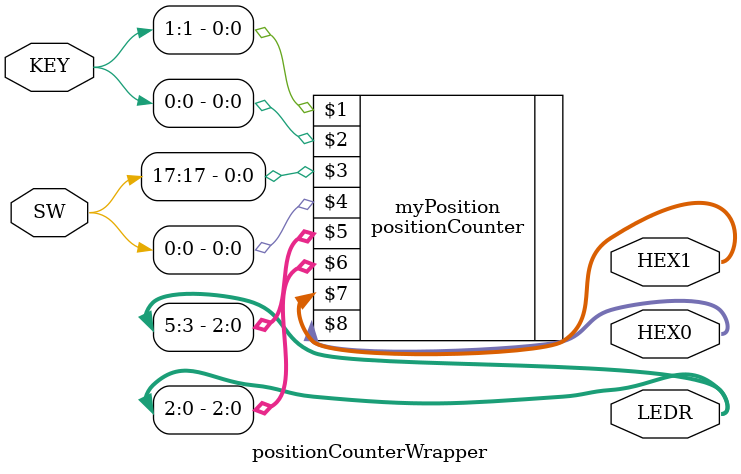
<source format=sv>
module positionCounterWrapper(input  logic [1:0] KEY,
							  input  logic [17:0] SW, //[17,0]
							  output logic [5:0] LEDR,
							  output logic [6:0] HEX0, HEX1);
					   
	positionCounter myPosition(	KEY[1], KEY[0], SW[17], SW[0],
								LEDR[5:3], LEDR[2:0], HEX1[6:0], HEX0[6:0]);

endmodule

</source>
